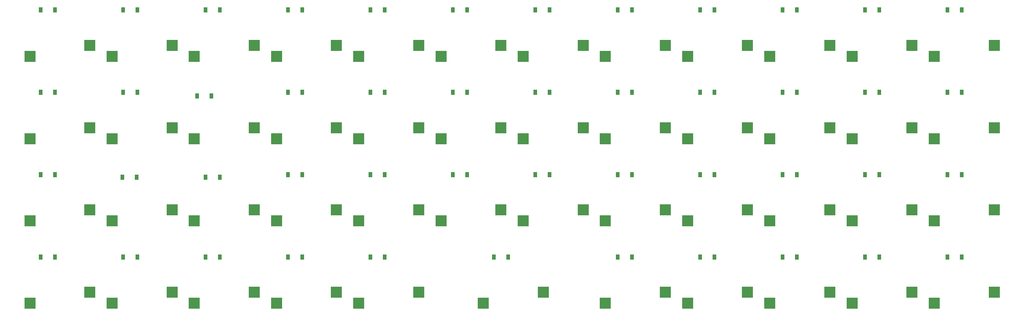
<source format=gbr>
%TF.GenerationSoftware,KiCad,Pcbnew,(6.0.11)*%
%TF.CreationDate,2023-04-14T22:13:07-06:00*%
%TF.ProjectId,JL Planck,4a4c2050-6c61-46e6-936b-2e6b69636164,rev?*%
%TF.SameCoordinates,Original*%
%TF.FileFunction,Paste,Bot*%
%TF.FilePolarity,Positive*%
%FSLAX46Y46*%
G04 Gerber Fmt 4.6, Leading zero omitted, Abs format (unit mm)*
G04 Created by KiCad (PCBNEW (6.0.11)) date 2023-04-14 22:13:07*
%MOMM*%
%LPD*%
G01*
G04 APERTURE LIST*
%ADD10R,2.550000X2.500000*%
%ADD11R,0.900000X1.200000*%
G04 APERTURE END LIST*
D10*
%TO.C,SW26*%
X95836681Y-101989249D03*
X81986681Y-104529249D03*
%TD*%
%TO.C,SW25*%
X76836681Y-101989249D03*
X62986681Y-104529249D03*
%TD*%
%TO.C,SW18*%
X171836681Y-82989249D03*
X157986681Y-85529249D03*
%TD*%
%TO.C,SW44*%
X228836681Y-120989249D03*
X214986681Y-123529249D03*
%TD*%
%TO.C,SW14*%
X81986681Y-85529249D03*
X95836681Y-82989249D03*
%TD*%
%TO.C,SW29*%
X152836681Y-101989249D03*
X138986681Y-104529249D03*
%TD*%
%TO.C,SW20*%
X209836681Y-82989249D03*
X195986681Y-85529249D03*
%TD*%
%TO.C,SW23*%
X266836681Y-82989249D03*
X252986681Y-85529249D03*
%TD*%
%TO.C,SW16*%
X133836681Y-82989249D03*
X119986681Y-85529249D03*
%TD*%
%TO.C,SW30*%
X171836681Y-101989249D03*
X157986681Y-104529249D03*
%TD*%
%TO.C,SW36*%
X285836681Y-101989249D03*
X271986681Y-104529249D03*
%TD*%
%TO.C,SW42*%
X181611681Y-120989249D03*
X167761681Y-123529249D03*
%TD*%
%TO.C,SW8*%
X209836681Y-63989249D03*
X195986681Y-66529249D03*
%TD*%
%TO.C,SW37*%
X76836681Y-120989249D03*
X62986681Y-123529249D03*
%TD*%
%TO.C,SW39*%
X114836681Y-120989249D03*
X100986681Y-123529249D03*
%TD*%
%TO.C,SW34*%
X247836681Y-101989249D03*
X233986681Y-104529249D03*
%TD*%
%TO.C,SW31*%
X190836681Y-101989249D03*
X176986681Y-104529249D03*
%TD*%
%TO.C,SW40*%
X133836681Y-120989249D03*
X119986681Y-123529249D03*
%TD*%
%TO.C,SW35*%
X266836681Y-101989249D03*
X252986681Y-104529249D03*
%TD*%
%TO.C,SW38*%
X95836681Y-120989249D03*
X81986681Y-123529249D03*
%TD*%
%TO.C,SW10*%
X247836681Y-63989249D03*
X233986681Y-66529249D03*
%TD*%
%TO.C,SW12*%
X285836681Y-63989249D03*
X271986681Y-66529249D03*
%TD*%
%TO.C,SW22*%
X247836681Y-82989249D03*
X233986681Y-85529249D03*
%TD*%
%TO.C,SW6*%
X171836681Y-63989249D03*
X157986681Y-66529249D03*
%TD*%
%TO.C,SW41*%
X152836681Y-120989249D03*
X138986681Y-123529249D03*
%TD*%
%TO.C,SW15*%
X114836681Y-82989249D03*
X100986681Y-85529249D03*
%TD*%
%TO.C,SW1*%
X76836681Y-63989249D03*
X62986681Y-66529249D03*
%TD*%
%TO.C,SW13*%
X76836681Y-82989249D03*
X62986681Y-85529249D03*
%TD*%
%TO.C,SW24*%
X285836681Y-82989249D03*
X271986681Y-85529249D03*
%TD*%
%TO.C,SW17*%
X152836681Y-82989249D03*
X138986681Y-85529249D03*
%TD*%
%TO.C,SW32*%
X209836681Y-101989249D03*
X195986681Y-104529249D03*
%TD*%
%TO.C,SW7*%
X190836681Y-63989249D03*
X176986681Y-66529249D03*
%TD*%
%TO.C,SW3*%
X114836681Y-63989249D03*
X100986681Y-66529249D03*
%TD*%
%TO.C,SW27*%
X114836681Y-101989249D03*
X100986681Y-104529249D03*
%TD*%
%TO.C,SW21*%
X228836681Y-82989249D03*
X214986681Y-85529249D03*
%TD*%
%TO.C,SW5*%
X152836681Y-63989249D03*
X138986681Y-66529249D03*
%TD*%
%TO.C,SW28*%
X133836681Y-101989249D03*
X119986681Y-104529249D03*
%TD*%
%TO.C,SW19*%
X190836681Y-82989249D03*
X176986681Y-85529249D03*
%TD*%
%TO.C,SW43*%
X209836681Y-120989249D03*
X195986681Y-123529249D03*
%TD*%
%TO.C,SW46*%
X266836681Y-120989249D03*
X252986681Y-123529249D03*
%TD*%
%TO.C,SW47*%
X285836681Y-120989249D03*
X271986681Y-123529249D03*
%TD*%
%TO.C,SW33*%
X228836681Y-101989249D03*
X214986681Y-104529249D03*
%TD*%
%TO.C,SW45*%
X247836681Y-120989249D03*
X233986681Y-123529249D03*
%TD*%
%TO.C,SW9*%
X228836681Y-63989249D03*
X214986681Y-66529249D03*
%TD*%
%TO.C,SW4*%
X133836681Y-63989249D03*
X119986681Y-66529249D03*
%TD*%
%TO.C,SW2*%
X95836681Y-63989249D03*
X81986681Y-66529249D03*
%TD*%
%TO.C,SW11*%
X266836681Y-63989249D03*
X252986681Y-66529249D03*
%TD*%
D11*
%TO.C,D18*%
X163996681Y-74809249D03*
X160696681Y-74809249D03*
%TD*%
%TO.C,D35*%
X259246681Y-93859249D03*
X255946681Y-93859249D03*
%TD*%
%TO.C,D1*%
X68746681Y-55759249D03*
X65446681Y-55759249D03*
%TD*%
%TO.C,D4*%
X125896681Y-55759249D03*
X122596681Y-55759249D03*
%TD*%
%TO.C,D27*%
X106846681Y-94469249D03*
X103546681Y-94469249D03*
%TD*%
%TO.C,D22*%
X240196681Y-74809249D03*
X236896681Y-74809249D03*
%TD*%
%TO.C,D44*%
X221146681Y-112909249D03*
X217846681Y-112909249D03*
%TD*%
%TO.C,D41*%
X144946681Y-112909249D03*
X141646681Y-112909249D03*
%TD*%
%TO.C,D30*%
X163996681Y-93859249D03*
X160696681Y-93859249D03*
%TD*%
%TO.C,D25*%
X68746681Y-93859249D03*
X65446681Y-93859249D03*
%TD*%
%TO.C,D24*%
X278296681Y-74809249D03*
X274996681Y-74809249D03*
%TD*%
%TO.C,D43*%
X202096681Y-112909249D03*
X198796681Y-112909249D03*
%TD*%
%TO.C,D39*%
X106846681Y-112909249D03*
X103546681Y-112909249D03*
%TD*%
%TO.C,D29*%
X144946681Y-93859249D03*
X141646681Y-93859249D03*
%TD*%
%TO.C,D33*%
X221146681Y-93859249D03*
X217846681Y-93859249D03*
%TD*%
%TO.C,D20*%
X202096681Y-74809249D03*
X198796681Y-74809249D03*
%TD*%
%TO.C,D19*%
X183046681Y-74809249D03*
X179746681Y-74809249D03*
%TD*%
%TO.C,D23*%
X259246681Y-74809249D03*
X255946681Y-74809249D03*
%TD*%
%TO.C,D2*%
X87796681Y-55759249D03*
X84496681Y-55759249D03*
%TD*%
%TO.C,D6*%
X163996681Y-55759249D03*
X160696681Y-55759249D03*
%TD*%
%TO.C,D13*%
X65446681Y-74809249D03*
X68746681Y-74809249D03*
%TD*%
%TO.C,D45*%
X240196681Y-112909249D03*
X236896681Y-112909249D03*
%TD*%
%TO.C,D28*%
X125896681Y-93859249D03*
X122596681Y-93859249D03*
%TD*%
%TO.C,D8*%
X202096681Y-55759249D03*
X198796681Y-55759249D03*
%TD*%
%TO.C,D7*%
X183046681Y-55759249D03*
X179746681Y-55759249D03*
%TD*%
%TO.C,D38*%
X87796681Y-112909249D03*
X84496681Y-112909249D03*
%TD*%
%TO.C,D32*%
X202096681Y-93859249D03*
X198796681Y-93859249D03*
%TD*%
%TO.C,D26*%
X87690681Y-94469249D03*
X84390681Y-94469249D03*
%TD*%
%TO.C,D42*%
X173521681Y-112909249D03*
X170221681Y-112909249D03*
%TD*%
%TO.C,D5*%
X144946681Y-55759249D03*
X141646681Y-55759249D03*
%TD*%
%TO.C,D15*%
X104962681Y-75673249D03*
X101662681Y-75673249D03*
%TD*%
%TO.C,D12*%
X278296681Y-55759249D03*
X274996681Y-55759249D03*
%TD*%
%TO.C,D40*%
X125896681Y-112909249D03*
X122596681Y-112909249D03*
%TD*%
%TO.C,D36*%
X278296681Y-93859249D03*
X274996681Y-93859249D03*
%TD*%
%TO.C,D11*%
X259246681Y-55759249D03*
X255946681Y-55759249D03*
%TD*%
%TO.C,D21*%
X221146681Y-74809249D03*
X217846681Y-74809249D03*
%TD*%
%TO.C,D47*%
X278296681Y-112909249D03*
X274996681Y-112909249D03*
%TD*%
%TO.C,D34*%
X240196681Y-93859249D03*
X236896681Y-93859249D03*
%TD*%
%TO.C,D37*%
X68746681Y-112909249D03*
X65446681Y-112909249D03*
%TD*%
%TO.C,D10*%
X240196681Y-55759249D03*
X236896681Y-55759249D03*
%TD*%
%TO.C,D14*%
X87796681Y-74809249D03*
X84496681Y-74809249D03*
%TD*%
%TO.C,D46*%
X259246681Y-112909249D03*
X255946681Y-112909249D03*
%TD*%
%TO.C,D31*%
X183046681Y-93859249D03*
X179746681Y-93859249D03*
%TD*%
%TO.C,D17*%
X144946681Y-74809249D03*
X141646681Y-74809249D03*
%TD*%
%TO.C,D9*%
X221146681Y-55759249D03*
X217846681Y-55759249D03*
%TD*%
%TO.C,D3*%
X106846681Y-55759249D03*
X103546681Y-55759249D03*
%TD*%
%TO.C,D16*%
X125896681Y-74809249D03*
X122596681Y-74809249D03*
%TD*%
M02*

</source>
